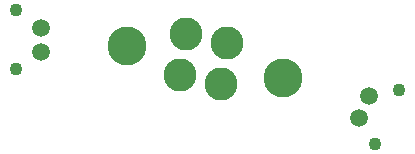
<source format=gbs>
%FSLAX46Y46*%
G04 Gerber Fmt 4.6, Leading zero omitted, Abs format (unit mm)*
G04 Created by KiCad (PCBNEW (2014-jul-16 BZR unknown)-product) date Thu 14 Aug 2014 23:26:40 BST*
%MOMM*%
G01*
G04 APERTURE LIST*
%ADD10C,0.100000*%
%ADD11C,2.800000*%
%ADD12C,1.500000*%
%ADD13C,1.100000*%
%ADD14C,3.300000*%
G04 APERTURE END LIST*
D10*
D11*
X26050000Y-10250000D03*
X26550000Y-6750000D03*
X23050000Y-6000000D03*
X22550000Y-9500000D03*
D12*
X38550000Y-11250000D03*
X37736527Y-13077091D03*
D13*
X41078550Y-10733829D03*
X39044867Y-15301556D03*
D12*
X10800000Y-7500000D03*
X10800000Y-5500000D03*
D13*
X8700000Y-9000000D03*
X8700000Y-4000000D03*
D14*
X31300000Y-9750000D03*
X18050000Y-7000000D03*
M02*

</source>
